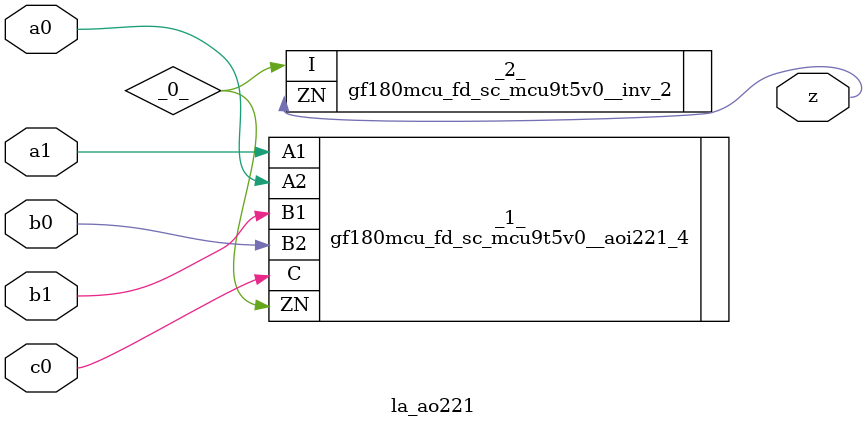
<source format=v>

/* Generated by Yosys 0.44 (git sha1 80ba43d26, g++ 11.4.0-1ubuntu1~22.04 -fPIC -O3) */

(* top =  1  *)
(* src = "inputs/la_ao221.v:10.1-23.10" *)
module la_ao221 (
    a0,
    a1,
    b0,
    b1,
    c0,
    z
);
  wire _0_;
  (* src = "inputs/la_ao221.v:13.12-13.14" *)
  input a0;
  wire a0;
  (* src = "inputs/la_ao221.v:14.12-14.14" *)
  input a1;
  wire a1;
  (* src = "inputs/la_ao221.v:15.12-15.14" *)
  input b0;
  wire b0;
  (* src = "inputs/la_ao221.v:16.12-16.14" *)
  input b1;
  wire b1;
  (* src = "inputs/la_ao221.v:17.12-17.14" *)
  input c0;
  wire c0;
  (* src = "inputs/la_ao221.v:18.12-18.13" *)
  output z;
  wire z;
  gf180mcu_fd_sc_mcu9t5v0__aoi221_4 _1_ (
      .A1(a1),
      .A2(a0),
      .B1(b1),
      .B2(b0),
      .C (c0),
      .ZN(_0_)
  );
  gf180mcu_fd_sc_mcu9t5v0__inv_2 _2_ (
      .I (_0_),
      .ZN(z)
  );
endmodule

</source>
